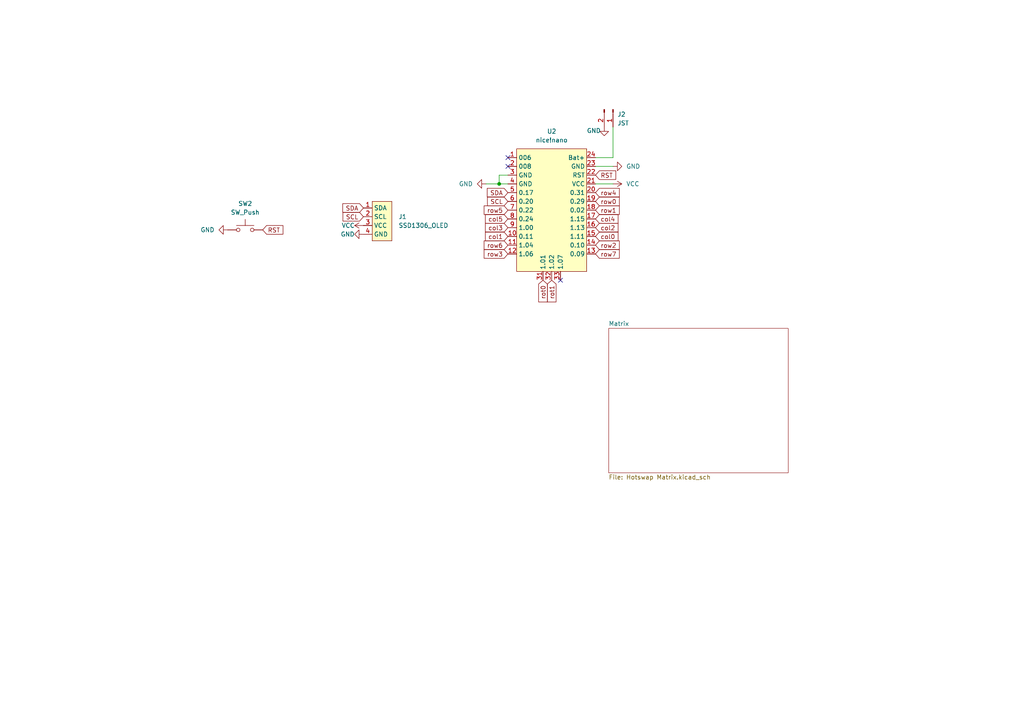
<source format=kicad_sch>
(kicad_sch
	(version 20250114)
	(generator "eeschema")
	(generator_version "9.0")
	(uuid "22d1d943-76cc-445d-b5a6-c335b9cec95b")
	(paper "A4")
	(title_block
		(title "Uriel v3")
		(date "2025-12-29")
	)
	(lib_symbols
		(symbol "Connector:Conn_01x02_Male"
			(pin_names
				(offset 1.016)
				(hide yes)
			)
			(exclude_from_sim no)
			(in_bom yes)
			(on_board yes)
			(property "Reference" "J"
				(at 0 2.54 0)
				(effects
					(font
						(size 1.27 1.27)
					)
				)
			)
			(property "Value" "Conn_01x02_Male"
				(at 0 -5.08 0)
				(effects
					(font
						(size 1.27 1.27)
					)
				)
			)
			(property "Footprint" ""
				(at 0 0 0)
				(effects
					(font
						(size 1.27 1.27)
					)
					(hide yes)
				)
			)
			(property "Datasheet" "~"
				(at 0 0 0)
				(effects
					(font
						(size 1.27 1.27)
					)
					(hide yes)
				)
			)
			(property "Description" "Generic connector, single row, 01x02, script generated (kicad-library-utils/schlib/autogen/connector/)"
				(at 0 0 0)
				(effects
					(font
						(size 1.27 1.27)
					)
					(hide yes)
				)
			)
			(property "ki_keywords" "connector"
				(at 0 0 0)
				(effects
					(font
						(size 1.27 1.27)
					)
					(hide yes)
				)
			)
			(property "ki_fp_filters" "Connector*:*_1x??_*"
				(at 0 0 0)
				(effects
					(font
						(size 1.27 1.27)
					)
					(hide yes)
				)
			)
			(symbol "Conn_01x02_Male_1_1"
				(rectangle
					(start 0.8636 0.127)
					(end 0 -0.127)
					(stroke
						(width 0.1524)
						(type default)
					)
					(fill
						(type outline)
					)
				)
				(rectangle
					(start 0.8636 -2.413)
					(end 0 -2.667)
					(stroke
						(width 0.1524)
						(type default)
					)
					(fill
						(type outline)
					)
				)
				(polyline
					(pts
						(xy 1.27 0) (xy 0.8636 0)
					)
					(stroke
						(width 0.1524)
						(type default)
					)
					(fill
						(type none)
					)
				)
				(polyline
					(pts
						(xy 1.27 -2.54) (xy 0.8636 -2.54)
					)
					(stroke
						(width 0.1524)
						(type default)
					)
					(fill
						(type none)
					)
				)
				(pin passive line
					(at 5.08 0 180)
					(length 3.81)
					(name "Pin_1"
						(effects
							(font
								(size 1.27 1.27)
							)
						)
					)
					(number "1"
						(effects
							(font
								(size 1.27 1.27)
							)
						)
					)
				)
				(pin passive line
					(at 5.08 -2.54 180)
					(length 3.81)
					(name "Pin_2"
						(effects
							(font
								(size 1.27 1.27)
							)
						)
					)
					(number "2"
						(effects
							(font
								(size 1.27 1.27)
							)
						)
					)
				)
			)
			(embedded_fonts no)
		)
		(symbol "Custom Symbols:SSD1306_OLED"
			(exclude_from_sim no)
			(in_bom yes)
			(on_board yes)
			(property "Reference" "J"
				(at 0 8.89 0)
				(effects
					(font
						(size 1.27 1.27)
					)
				)
			)
			(property "Value" "SSD1306_OLED"
				(at 0.635 6.35 0)
				(effects
					(font
						(size 1.27 1.27)
					)
				)
			)
			(property "Footprint" ""
				(at 1.27 0.635 0)
				(effects
					(font
						(size 1.27 1.27)
					)
					(hide yes)
				)
			)
			(property "Datasheet" ""
				(at 1.27 0.635 0)
				(effects
					(font
						(size 1.27 1.27)
					)
					(hide yes)
				)
			)
			(property "Description" ""
				(at 0 0 0)
				(effects
					(font
						(size 1.27 1.27)
					)
					(hide yes)
				)
			)
			(symbol "SSD1306_OLED_0_1"
				(rectangle
					(start -2.54 5.08)
					(end 3.175 -6.35)
					(stroke
						(width 0.1524)
						(type default)
					)
					(fill
						(type background)
					)
				)
			)
			(symbol "SSD1306_OLED_1_1"
				(pin bidirectional line
					(at -5.08 3.175 0)
					(length 2.54)
					(name "SDA"
						(effects
							(font
								(size 1.27 1.27)
							)
						)
					)
					(number "1"
						(effects
							(font
								(size 1.27 1.27)
							)
						)
					)
				)
				(pin bidirectional line
					(at -5.08 0.635 0)
					(length 2.54)
					(name "SCL"
						(effects
							(font
								(size 1.27 1.27)
							)
						)
					)
					(number "2"
						(effects
							(font
								(size 1.27 1.27)
							)
						)
					)
				)
				(pin bidirectional line
					(at -5.08 -1.905 0)
					(length 2.54)
					(name "VCC"
						(effects
							(font
								(size 1.27 1.27)
							)
						)
					)
					(number "3"
						(effects
							(font
								(size 1.27 1.27)
							)
						)
					)
				)
				(pin bidirectional line
					(at -5.08 -4.445 0)
					(length 2.54)
					(name "GND"
						(effects
							(font
								(size 1.27 1.27)
							)
						)
					)
					(number "4"
						(effects
							(font
								(size 1.27 1.27)
							)
						)
					)
				)
			)
			(embedded_fonts no)
		)
		(symbol "Custom Symbols:nice!nano"
			(exclude_from_sim no)
			(in_bom yes)
			(on_board yes)
			(property "Reference" "U"
				(at 0 22.86 0)
				(effects
					(font
						(size 1.27 1.27)
					)
				)
			)
			(property "Value" "nice!nano"
				(at 0 20.32 0)
				(effects
					(font
						(size 1.27 1.27)
					)
				)
			)
			(property "Footprint" ""
				(at 0 10.16 0)
				(effects
					(font
						(size 1.27 1.27)
					)
					(hide yes)
				)
			)
			(property "Datasheet" ""
				(at 0 10.16 0)
				(effects
					(font
						(size 1.27 1.27)
					)
					(hide yes)
				)
			)
			(property "Description" ""
				(at 0 0 0)
				(effects
					(font
						(size 1.27 1.27)
					)
					(hide yes)
				)
			)
			(symbol "nice!nano_0_1"
				(rectangle
					(start -10.16 17.78)
					(end 10.16 -17.78)
					(stroke
						(width 0.1524)
						(type default)
					)
					(fill
						(type background)
					)
				)
			)
			(symbol "nice!nano_1_1"
				(pin bidirectional line
					(at -12.7 15.24 0)
					(length 2.54)
					(name "006"
						(effects
							(font
								(size 1.27 1.27)
							)
						)
					)
					(number "1"
						(effects
							(font
								(size 1.27 1.27)
							)
						)
					)
				)
				(pin bidirectional line
					(at -12.7 12.7 0)
					(length 2.54)
					(name "008"
						(effects
							(font
								(size 1.27 1.27)
							)
						)
					)
					(number "2"
						(effects
							(font
								(size 1.27 1.27)
							)
						)
					)
				)
				(pin bidirectional line
					(at -12.7 10.16 0)
					(length 2.54)
					(name "GND"
						(effects
							(font
								(size 1.27 1.27)
							)
						)
					)
					(number "3"
						(effects
							(font
								(size 1.27 1.27)
							)
						)
					)
				)
				(pin bidirectional line
					(at -12.7 7.62 0)
					(length 2.54)
					(name "GND"
						(effects
							(font
								(size 1.27 1.27)
							)
						)
					)
					(number "4"
						(effects
							(font
								(size 1.27 1.27)
							)
						)
					)
				)
				(pin bidirectional line
					(at -12.7 5.08 0)
					(length 2.54)
					(name "0.17"
						(effects
							(font
								(size 1.27 1.27)
							)
						)
					)
					(number "5"
						(effects
							(font
								(size 1.27 1.27)
							)
						)
					)
				)
				(pin bidirectional line
					(at -12.7 2.54 0)
					(length 2.54)
					(name "0.20"
						(effects
							(font
								(size 1.27 1.27)
							)
						)
					)
					(number "6"
						(effects
							(font
								(size 1.27 1.27)
							)
						)
					)
				)
				(pin bidirectional line
					(at -12.7 0 0)
					(length 2.54)
					(name "0.22"
						(effects
							(font
								(size 1.27 1.27)
							)
						)
					)
					(number "7"
						(effects
							(font
								(size 1.27 1.27)
							)
						)
					)
				)
				(pin bidirectional line
					(at -12.7 -2.54 0)
					(length 2.54)
					(name "0.24"
						(effects
							(font
								(size 1.27 1.27)
							)
						)
					)
					(number "8"
						(effects
							(font
								(size 1.27 1.27)
							)
						)
					)
				)
				(pin bidirectional line
					(at -12.7 -5.08 0)
					(length 2.54)
					(name "1.00"
						(effects
							(font
								(size 1.27 1.27)
							)
						)
					)
					(number "9"
						(effects
							(font
								(size 1.27 1.27)
							)
						)
					)
				)
				(pin bidirectional line
					(at -12.7 -7.62 0)
					(length 2.54)
					(name "0.11"
						(effects
							(font
								(size 1.27 1.27)
							)
						)
					)
					(number "10"
						(effects
							(font
								(size 1.27 1.27)
							)
						)
					)
				)
				(pin bidirectional line
					(at -12.7 -10.16 0)
					(length 2.54)
					(name "1.04"
						(effects
							(font
								(size 1.27 1.27)
							)
						)
					)
					(number "11"
						(effects
							(font
								(size 1.27 1.27)
							)
						)
					)
				)
				(pin bidirectional line
					(at -12.7 -12.7 0)
					(length 2.54)
					(name "1.06"
						(effects
							(font
								(size 1.27 1.27)
							)
						)
					)
					(number "12"
						(effects
							(font
								(size 1.27 1.27)
							)
						)
					)
				)
				(pin bidirectional line
					(at -2.54 -20.32 90)
					(length 2.54)
					(name "1.01"
						(effects
							(font
								(size 1.27 1.27)
							)
						)
					)
					(number "31"
						(effects
							(font
								(size 1.27 1.27)
							)
						)
					)
				)
				(pin bidirectional line
					(at 0 -20.32 90)
					(length 2.54)
					(name "1.02"
						(effects
							(font
								(size 1.27 1.27)
							)
						)
					)
					(number "32"
						(effects
							(font
								(size 1.27 1.27)
							)
						)
					)
				)
				(pin bidirectional line
					(at 2.54 -20.32 90)
					(length 2.54)
					(name "1.07"
						(effects
							(font
								(size 1.27 1.27)
							)
						)
					)
					(number "33"
						(effects
							(font
								(size 1.27 1.27)
							)
						)
					)
				)
				(pin bidirectional line
					(at 12.7 15.24 180)
					(length 2.54)
					(name "Bat+"
						(effects
							(font
								(size 1.27 1.27)
							)
						)
					)
					(number "24"
						(effects
							(font
								(size 1.27 1.27)
							)
						)
					)
				)
				(pin bidirectional line
					(at 12.7 12.7 180)
					(length 2.54)
					(name "GND"
						(effects
							(font
								(size 1.27 1.27)
							)
						)
					)
					(number "23"
						(effects
							(font
								(size 1.27 1.27)
							)
						)
					)
				)
				(pin bidirectional line
					(at 12.7 10.16 180)
					(length 2.54)
					(name "RST"
						(effects
							(font
								(size 1.27 1.27)
							)
						)
					)
					(number "22"
						(effects
							(font
								(size 1.27 1.27)
							)
						)
					)
				)
				(pin bidirectional line
					(at 12.7 7.62 180)
					(length 2.54)
					(name "VCC"
						(effects
							(font
								(size 1.27 1.27)
							)
						)
					)
					(number "21"
						(effects
							(font
								(size 1.27 1.27)
							)
						)
					)
				)
				(pin bidirectional line
					(at 12.7 5.08 180)
					(length 2.54)
					(name "0.31"
						(effects
							(font
								(size 1.27 1.27)
							)
						)
					)
					(number "20"
						(effects
							(font
								(size 1.27 1.27)
							)
						)
					)
				)
				(pin bidirectional line
					(at 12.7 2.54 180)
					(length 2.54)
					(name "0.29"
						(effects
							(font
								(size 1.27 1.27)
							)
						)
					)
					(number "19"
						(effects
							(font
								(size 1.27 1.27)
							)
						)
					)
				)
				(pin bidirectional line
					(at 12.7 0 180)
					(length 2.54)
					(name "0.02"
						(effects
							(font
								(size 1.27 1.27)
							)
						)
					)
					(number "18"
						(effects
							(font
								(size 1.27 1.27)
							)
						)
					)
				)
				(pin bidirectional line
					(at 12.7 -2.54 180)
					(length 2.54)
					(name "1.15"
						(effects
							(font
								(size 1.27 1.27)
							)
						)
					)
					(number "17"
						(effects
							(font
								(size 1.27 1.27)
							)
						)
					)
				)
				(pin bidirectional line
					(at 12.7 -5.08 180)
					(length 2.54)
					(name "1.13"
						(effects
							(font
								(size 1.27 1.27)
							)
						)
					)
					(number "16"
						(effects
							(font
								(size 1.27 1.27)
							)
						)
					)
				)
				(pin bidirectional line
					(at 12.7 -7.62 180)
					(length 2.54)
					(name "1.11"
						(effects
							(font
								(size 1.27 1.27)
							)
						)
					)
					(number "15"
						(effects
							(font
								(size 1.27 1.27)
							)
						)
					)
				)
				(pin bidirectional line
					(at 12.7 -10.16 180)
					(length 2.54)
					(name "0.10"
						(effects
							(font
								(size 1.27 1.27)
							)
						)
					)
					(number "14"
						(effects
							(font
								(size 1.27 1.27)
							)
						)
					)
				)
				(pin bidirectional line
					(at 12.7 -12.7 180)
					(length 2.54)
					(name "0.09"
						(effects
							(font
								(size 1.27 1.27)
							)
						)
					)
					(number "13"
						(effects
							(font
								(size 1.27 1.27)
							)
						)
					)
				)
			)
			(embedded_fonts no)
		)
		(symbol "Switch:SW_Push"
			(pin_numbers
				(hide yes)
			)
			(pin_names
				(offset 1.016)
				(hide yes)
			)
			(exclude_from_sim no)
			(in_bom yes)
			(on_board yes)
			(property "Reference" "SW"
				(at 1.27 2.54 0)
				(effects
					(font
						(size 1.27 1.27)
					)
					(justify left)
				)
			)
			(property "Value" "SW_Push"
				(at 0 -1.524 0)
				(effects
					(font
						(size 1.27 1.27)
					)
				)
			)
			(property "Footprint" ""
				(at 0 5.08 0)
				(effects
					(font
						(size 1.27 1.27)
					)
					(hide yes)
				)
			)
			(property "Datasheet" "~"
				(at 0 5.08 0)
				(effects
					(font
						(size 1.27 1.27)
					)
					(hide yes)
				)
			)
			(property "Description" "Push button switch, generic, two pins"
				(at 0 0 0)
				(effects
					(font
						(size 1.27 1.27)
					)
					(hide yes)
				)
			)
			(property "ki_keywords" "switch normally-open pushbutton push-button"
				(at 0 0 0)
				(effects
					(font
						(size 1.27 1.27)
					)
					(hide yes)
				)
			)
			(symbol "SW_Push_0_1"
				(circle
					(center -2.032 0)
					(radius 0.508)
					(stroke
						(width 0)
						(type default)
					)
					(fill
						(type none)
					)
				)
				(polyline
					(pts
						(xy 0 1.27) (xy 0 3.048)
					)
					(stroke
						(width 0)
						(type default)
					)
					(fill
						(type none)
					)
				)
				(circle
					(center 2.032 0)
					(radius 0.508)
					(stroke
						(width 0)
						(type default)
					)
					(fill
						(type none)
					)
				)
				(polyline
					(pts
						(xy 2.54 1.27) (xy -2.54 1.27)
					)
					(stroke
						(width 0)
						(type default)
					)
					(fill
						(type none)
					)
				)
				(pin passive line
					(at -5.08 0 0)
					(length 2.54)
					(name "1"
						(effects
							(font
								(size 1.27 1.27)
							)
						)
					)
					(number "1"
						(effects
							(font
								(size 1.27 1.27)
							)
						)
					)
				)
				(pin passive line
					(at 5.08 0 180)
					(length 2.54)
					(name "2"
						(effects
							(font
								(size 1.27 1.27)
							)
						)
					)
					(number "2"
						(effects
							(font
								(size 1.27 1.27)
							)
						)
					)
				)
			)
			(embedded_fonts no)
		)
		(symbol "power:GND"
			(power)
			(pin_names
				(offset 0)
			)
			(exclude_from_sim no)
			(in_bom yes)
			(on_board yes)
			(property "Reference" "#PWR"
				(at 0 -6.35 0)
				(effects
					(font
						(size 1.27 1.27)
					)
					(hide yes)
				)
			)
			(property "Value" "GND"
				(at 0 -3.81 0)
				(effects
					(font
						(size 1.27 1.27)
					)
				)
			)
			(property "Footprint" ""
				(at 0 0 0)
				(effects
					(font
						(size 1.27 1.27)
					)
					(hide yes)
				)
			)
			(property "Datasheet" ""
				(at 0 0 0)
				(effects
					(font
						(size 1.27 1.27)
					)
					(hide yes)
				)
			)
			(property "Description" "Power symbol creates a global label with name \"GND\" , ground"
				(at 0 0 0)
				(effects
					(font
						(size 1.27 1.27)
					)
					(hide yes)
				)
			)
			(property "ki_keywords" "power-flag"
				(at 0 0 0)
				(effects
					(font
						(size 1.27 1.27)
					)
					(hide yes)
				)
			)
			(symbol "GND_0_1"
				(polyline
					(pts
						(xy 0 0) (xy 0 -1.27) (xy 1.27 -1.27) (xy 0 -2.54) (xy -1.27 -1.27) (xy 0 -1.27)
					)
					(stroke
						(width 0)
						(type default)
					)
					(fill
						(type none)
					)
				)
			)
			(symbol "GND_1_1"
				(pin power_in line
					(at 0 0 270)
					(length 0)
					(hide yes)
					(name "GND"
						(effects
							(font
								(size 1.27 1.27)
							)
						)
					)
					(number "1"
						(effects
							(font
								(size 1.27 1.27)
							)
						)
					)
				)
			)
			(embedded_fonts no)
		)
		(symbol "power:VCC"
			(power)
			(pin_names
				(offset 0)
			)
			(exclude_from_sim no)
			(in_bom yes)
			(on_board yes)
			(property "Reference" "#PWR"
				(at 0 -3.81 0)
				(effects
					(font
						(size 1.27 1.27)
					)
					(hide yes)
				)
			)
			(property "Value" "VCC"
				(at 0 3.81 0)
				(effects
					(font
						(size 1.27 1.27)
					)
				)
			)
			(property "Footprint" ""
				(at 0 0 0)
				(effects
					(font
						(size 1.27 1.27)
					)
					(hide yes)
				)
			)
			(property "Datasheet" ""
				(at 0 0 0)
				(effects
					(font
						(size 1.27 1.27)
					)
					(hide yes)
				)
			)
			(property "Description" "Power symbol creates a global label with name \"VCC\""
				(at 0 0 0)
				(effects
					(font
						(size 1.27 1.27)
					)
					(hide yes)
				)
			)
			(property "ki_keywords" "power-flag"
				(at 0 0 0)
				(effects
					(font
						(size 1.27 1.27)
					)
					(hide yes)
				)
			)
			(symbol "VCC_0_1"
				(polyline
					(pts
						(xy -0.762 1.27) (xy 0 2.54)
					)
					(stroke
						(width 0)
						(type default)
					)
					(fill
						(type none)
					)
				)
				(polyline
					(pts
						(xy 0 2.54) (xy 0.762 1.27)
					)
					(stroke
						(width 0)
						(type default)
					)
					(fill
						(type none)
					)
				)
				(polyline
					(pts
						(xy 0 0) (xy 0 2.54)
					)
					(stroke
						(width 0)
						(type default)
					)
					(fill
						(type none)
					)
				)
			)
			(symbol "VCC_1_1"
				(pin power_in line
					(at 0 0 90)
					(length 0)
					(hide yes)
					(name "VCC"
						(effects
							(font
								(size 1.27 1.27)
							)
						)
					)
					(number "1"
						(effects
							(font
								(size 1.27 1.27)
							)
						)
					)
				)
			)
			(embedded_fonts no)
		)
	)
	(junction
		(at 144.78 53.34)
		(diameter 0.9144)
		(color 0 0 0 0)
		(uuid "d3d10a1d-660a-46e2-a761-a34ff7c8f0e2")
	)
	(no_connect
		(at 162.56 81.28)
		(uuid "5bd92f19-79b9-4111-99c8-21366095e6b5")
	)
	(no_connect
		(at 147.32 45.72)
		(uuid "9bdd6d1e-30e8-4463-9b8c-eb0e65f0eafc")
	)
	(no_connect
		(at 147.32 48.26)
		(uuid "9bdd6d1e-30e8-4463-9b8c-eb0e65f0eafd")
	)
	(wire
		(pts
			(xy 144.78 53.34) (xy 147.32 53.34)
		)
		(stroke
			(width 0)
			(type solid)
		)
		(uuid "17c27864-cf2a-4ce3-bb7f-7aa416534672")
	)
	(wire
		(pts
			(xy 144.78 50.8) (xy 144.78 53.34)
		)
		(stroke
			(width 0)
			(type solid)
		)
		(uuid "842e7b24-7927-4118-acb8-0cfeea7f81e0")
	)
	(wire
		(pts
			(xy 144.78 53.34) (xy 140.97 53.34)
		)
		(stroke
			(width 0)
			(type solid)
		)
		(uuid "842e7b24-7927-4118-acb8-0cfeea7f81e1")
	)
	(wire
		(pts
			(xy 147.32 50.8) (xy 144.78 50.8)
		)
		(stroke
			(width 0)
			(type solid)
		)
		(uuid "842e7b24-7927-4118-acb8-0cfeea7f81e2")
	)
	(wire
		(pts
			(xy 172.72 48.26) (xy 177.8 48.26)
		)
		(stroke
			(width 0)
			(type solid)
		)
		(uuid "ad07def6-8b94-4b23-bc0c-d2408328f94a")
	)
	(wire
		(pts
			(xy 172.72 45.72) (xy 177.8 45.72)
		)
		(stroke
			(width 0)
			(type solid)
		)
		(uuid "bacb04b8-ffd1-4083-82fa-3a64be271fe3")
	)
	(wire
		(pts
			(xy 177.8 36.83) (xy 177.8 45.72)
		)
		(stroke
			(width 0)
			(type solid)
		)
		(uuid "bacb04b8-ffd1-4083-82fa-3a64be271fe5")
	)
	(wire
		(pts
			(xy 172.72 53.34) (xy 177.8 53.34)
		)
		(stroke
			(width 0)
			(type solid)
		)
		(uuid "ed454439-70c4-4184-aaa0-1806941a51af")
	)
	(global_label "rot0"
		(shape input)
		(at 157.48 81.28 270)
		(fields_autoplaced yes)
		(effects
			(font
				(size 1.27 1.27)
			)
			(justify right)
		)
		(uuid "10b67d55-fbe7-4109-8431-83debdba3597")
		(property "Intersheetrefs" "${INTERSHEET_REFS}"
			(at 157.4006 87.5636 90)
			(effects
				(font
					(size 1.27 1.27)
				)
				(justify right)
				(hide yes)
			)
		)
	)
	(global_label "row3"
		(shape input)
		(at 147.32 73.66 180)
		(fields_autoplaced yes)
		(effects
			(font
				(size 1.27 1.27)
			)
			(justify right)
		)
		(uuid "137d510e-8078-4205-bb44-e01b134bebb6")
		(property "Intersheetrefs" "${INTERSHEET_REFS}"
			(at 140.4317 73.5806 0)
			(effects
				(font
					(size 1.27 1.27)
				)
				(justify right)
				(hide yes)
			)
		)
	)
	(global_label "row4"
		(shape input)
		(at 172.72 55.88 0)
		(fields_autoplaced yes)
		(effects
			(font
				(size 1.27 1.27)
			)
			(justify left)
		)
		(uuid "1932124f-57f2-41ec-9949-a38f9ccc1409")
		(property "Intersheetrefs" "${INTERSHEET_REFS}"
			(at 179.6083 55.8006 0)
			(effects
				(font
					(size 1.27 1.27)
				)
				(justify left)
				(hide yes)
			)
		)
	)
	(global_label "col0"
		(shape input)
		(at 172.72 68.58 0)
		(fields_autoplaced yes)
		(effects
			(font
				(size 1.27 1.27)
			)
			(justify left)
		)
		(uuid "1e291313-793d-4718-9d8f-79350c9e6f92")
		(property "Intersheetrefs" "${INTERSHEET_REFS}"
			(at 179.2455 68.5006 0)
			(effects
				(font
					(size 1.27 1.27)
				)
				(justify left)
				(hide yes)
			)
		)
	)
	(global_label "col3"
		(shape input)
		(at 147.32 66.04 180)
		(fields_autoplaced yes)
		(effects
			(font
				(size 1.27 1.27)
			)
			(justify right)
		)
		(uuid "25aa0f5d-5819-49b3-8a3e-d13accf8af80")
		(property "Intersheetrefs" "${INTERSHEET_REFS}"
			(at 140.7945 65.9606 0)
			(effects
				(font
					(size 1.27 1.27)
				)
				(justify right)
				(hide yes)
			)
		)
	)
	(global_label "col2"
		(shape input)
		(at 172.72 66.04 0)
		(fields_autoplaced yes)
		(effects
			(font
				(size 1.27 1.27)
			)
			(justify left)
		)
		(uuid "3b808d99-1c39-4ac5-b3fc-492b8b931ccb")
		(property "Intersheetrefs" "${INTERSHEET_REFS}"
			(at 179.2455 65.9606 0)
			(effects
				(font
					(size 1.27 1.27)
				)
				(justify left)
				(hide yes)
			)
		)
	)
	(global_label "SDA"
		(shape input)
		(at 105.41 60.325 180)
		(fields_autoplaced yes)
		(effects
			(font
				(size 1.27 1.27)
			)
			(justify right)
		)
		(uuid "3e98f676-6328-4a3a-b89d-82aba4fed68d")
		(property "Intersheetrefs" "${INTERSHEET_REFS}"
			(at 99.4288 60.2456 0)
			(effects
				(font
					(size 1.27 1.27)
				)
				(justify right)
				(hide yes)
			)
		)
	)
	(global_label "row1"
		(shape input)
		(at 172.72 60.96 0)
		(fields_autoplaced yes)
		(effects
			(font
				(size 1.27 1.27)
			)
			(justify left)
		)
		(uuid "44392adf-04ed-4789-8b0b-48f97b2ac3cd")
		(property "Intersheetrefs" "${INTERSHEET_REFS}"
			(at 179.6083 60.8806 0)
			(effects
				(font
					(size 1.27 1.27)
				)
				(justify left)
				(hide yes)
			)
		)
	)
	(global_label "RST"
		(shape input)
		(at 76.2 66.675 0)
		(fields_autoplaced yes)
		(effects
			(font
				(size 1.27 1.27)
			)
			(justify left)
		)
		(uuid "557dacb5-a7d3-42e7-838a-ce833fbf24d6")
		(property "Intersheetrefs" "${INTERSHEET_REFS}"
			(at 82.0602 66.5956 0)
			(effects
				(font
					(size 1.27 1.27)
				)
				(justify left)
				(hide yes)
			)
		)
	)
	(global_label "row7"
		(shape input)
		(at 172.72 73.66 0)
		(fields_autoplaced yes)
		(effects
			(font
				(size 1.27 1.27)
			)
			(justify left)
		)
		(uuid "64ab0254-0bd0-4df7-b9d3-24686d715b9a")
		(property "Intersheetrefs" "${INTERSHEET_REFS}"
			(at 179.6083 73.5806 0)
			(effects
				(font
					(size 1.27 1.27)
				)
				(justify left)
				(hide yes)
			)
		)
	)
	(global_label "rot1"
		(shape input)
		(at 160.02 81.28 270)
		(fields_autoplaced yes)
		(effects
			(font
				(size 1.27 1.27)
			)
			(justify right)
		)
		(uuid "7533dace-92bf-405f-af5d-bcc2ade5c0bd")
		(property "Intersheetrefs" "${INTERSHEET_REFS}"
			(at 159.9406 87.5636 90)
			(effects
				(font
					(size 1.27 1.27)
				)
				(justify right)
				(hide yes)
			)
		)
	)
	(global_label "RST"
		(shape input)
		(at 172.72 50.8 0)
		(fields_autoplaced yes)
		(effects
			(font
				(size 1.27 1.27)
			)
			(justify left)
		)
		(uuid "759d832f-3f1e-4eb7-be0f-40db48385ad1")
		(property "Intersheetrefs" "${INTERSHEET_REFS}"
			(at 178.5802 50.7206 0)
			(effects
				(font
					(size 1.27 1.27)
				)
				(justify left)
				(hide yes)
			)
		)
	)
	(global_label "SDA"
		(shape input)
		(at 147.32 55.88 180)
		(fields_autoplaced yes)
		(effects
			(font
				(size 1.27 1.27)
			)
			(justify right)
		)
		(uuid "7a5a412e-fae8-47cc-94a2-b73d63d49ade")
		(property "Intersheetrefs" "${INTERSHEET_REFS}"
			(at 141.3388 55.8006 0)
			(effects
				(font
					(size 1.27 1.27)
				)
				(justify right)
				(hide yes)
			)
		)
	)
	(global_label "row2"
		(shape input)
		(at 172.72 71.12 0)
		(fields_autoplaced yes)
		(effects
			(font
				(size 1.27 1.27)
			)
			(justify left)
		)
		(uuid "8fa6d0b8-acbe-49d2-b66d-98790ae720a5")
		(property "Intersheetrefs" "${INTERSHEET_REFS}"
			(at 179.6083 71.0406 0)
			(effects
				(font
					(size 1.27 1.27)
				)
				(justify left)
				(hide yes)
			)
		)
	)
	(global_label "row5"
		(shape input)
		(at 147.32 60.96 180)
		(fields_autoplaced yes)
		(effects
			(font
				(size 1.27 1.27)
			)
			(justify right)
		)
		(uuid "900cf8de-f512-4910-8f5a-1cd3f9659abf")
		(property "Intersheetrefs" "${INTERSHEET_REFS}"
			(at 140.4317 60.8806 0)
			(effects
				(font
					(size 1.27 1.27)
				)
				(justify right)
				(hide yes)
			)
		)
	)
	(global_label "SCL"
		(shape input)
		(at 105.41 62.865 180)
		(fields_autoplaced yes)
		(effects
			(font
				(size 1.27 1.27)
			)
			(justify right)
		)
		(uuid "9139ccec-0ca0-4eda-9cfe-56d1ba6b4ff4")
		(property "Intersheetrefs" "${INTERSHEET_REFS}"
			(at 99.4893 62.7856 0)
			(effects
				(font
					(size 1.27 1.27)
				)
				(justify right)
				(hide yes)
			)
		)
	)
	(global_label "row0"
		(shape input)
		(at 172.72 58.42 0)
		(fields_autoplaced yes)
		(effects
			(font
				(size 1.27 1.27)
			)
			(justify left)
		)
		(uuid "9edfadf5-753b-495f-9623-071c7216290d")
		(property "Intersheetrefs" "${INTERSHEET_REFS}"
			(at 179.6083 58.3406 0)
			(effects
				(font
					(size 1.27 1.27)
				)
				(justify left)
				(hide yes)
			)
		)
	)
	(global_label "col1"
		(shape input)
		(at 147.32 68.58 180)
		(fields_autoplaced yes)
		(effects
			(font
				(size 1.27 1.27)
			)
			(justify right)
		)
		(uuid "c0eed6ba-da80-4c42-9501-ec33d9369829")
		(property "Intersheetrefs" "${INTERSHEET_REFS}"
			(at 140.7945 68.5006 0)
			(effects
				(font
					(size 1.27 1.27)
				)
				(justify right)
				(hide yes)
			)
		)
	)
	(global_label "row6"
		(shape input)
		(at 147.32 71.12 180)
		(fields_autoplaced yes)
		(effects
			(font
				(size 1.27 1.27)
			)
			(justify right)
		)
		(uuid "d48345c9-b4f5-4998-9f11-2f8687ef5e25")
		(property "Intersheetrefs" "${INTERSHEET_REFS}"
			(at 140.4317 71.0406 0)
			(effects
				(font
					(size 1.27 1.27)
				)
				(justify right)
				(hide yes)
			)
		)
	)
	(global_label "col5"
		(shape input)
		(at 147.32 63.5 180)
		(fields_autoplaced yes)
		(effects
			(font
				(size 1.27 1.27)
			)
			(justify right)
		)
		(uuid "da45401f-9654-49db-959d-66130cb3b1fd")
		(property "Intersheetrefs" "${INTERSHEET_REFS}"
			(at 140.7945 63.4206 0)
			(effects
				(font
					(size 1.27 1.27)
				)
				(justify right)
				(hide yes)
			)
		)
	)
	(global_label "col4"
		(shape input)
		(at 172.72 63.5 0)
		(fields_autoplaced yes)
		(effects
			(font
				(size 1.27 1.27)
			)
			(justify left)
		)
		(uuid "de5c3cb5-9516-49e0-aff9-92be855627c0")
		(property "Intersheetrefs" "${INTERSHEET_REFS}"
			(at 179.2455 63.4206 0)
			(effects
				(font
					(size 1.27 1.27)
				)
				(justify left)
				(hide yes)
			)
		)
	)
	(global_label "SCL"
		(shape input)
		(at 147.32 58.42 180)
		(fields_autoplaced yes)
		(effects
			(font
				(size 1.27 1.27)
			)
			(justify right)
		)
		(uuid "eb5e9f8e-7a5b-4558-bfa7-a9c8e5fdd8d9")
		(property "Intersheetrefs" "${INTERSHEET_REFS}"
			(at 141.3993 58.3406 0)
			(effects
				(font
					(size 1.27 1.27)
				)
				(justify right)
				(hide yes)
			)
		)
	)
	(symbol
		(lib_id "Connector:Conn_01x02_Male")
		(at 177.8 31.75 270)
		(unit 1)
		(exclude_from_sim no)
		(in_bom yes)
		(on_board yes)
		(dnp no)
		(fields_autoplaced yes)
		(uuid "0935b3fb-1613-4110-9456-b0f898bc0b3e")
		(property "Reference" "J2"
			(at 179.07 33.1723 90)
			(effects
				(font
					(size 1.27 1.27)
				)
				(justify left)
			)
		)
		(property "Value" "JST"
			(at 179.07 35.7123 90)
			(effects
				(font
					(size 1.27 1.27)
				)
				(justify left)
			)
		)
		(property "Footprint" "Connector_JST:JST_PH_S2B-PH-K_1x02_P2.00mm_Horizontal"
			(at 177.8 31.75 0)
			(effects
				(font
					(size 1.27 1.27)
				)
				(hide yes)
			)
		)
		(property "Datasheet" "~"
			(at 177.8 31.75 0)
			(effects
				(font
					(size 1.27 1.27)
				)
				(hide yes)
			)
		)
		(property "Description" ""
			(at 177.8 31.75 0)
			(effects
				(font
					(size 1.27 1.27)
				)
			)
		)
		(pin "1"
			(uuid "f45c9c6c-6789-4f00-b89b-7b388ad4af94")
		)
		(pin "2"
			(uuid "fcd407f2-6f7f-4bc9-8660-9684bbceefee")
		)
		(instances
			(project ""
				(path "/22d1d943-76cc-445d-b5a6-c335b9cec95b"
					(reference "J2")
					(unit 1)
				)
			)
		)
	)
	(symbol
		(lib_id "Switch:SW_Push")
		(at 71.12 66.675 0)
		(unit 1)
		(exclude_from_sim no)
		(in_bom yes)
		(on_board yes)
		(dnp no)
		(fields_autoplaced yes)
		(uuid "1e1233fd-7384-4c26-9eb2-49301dd190fc")
		(property "Reference" "SW2"
			(at 71.12 59.055 0)
			(effects
				(font
					(size 1.27 1.27)
				)
			)
		)
		(property "Value" "SW_Push"
			(at 71.12 61.595 0)
			(effects
				(font
					(size 1.27 1.27)
				)
			)
		)
		(property "Footprint" "Keebio:SW_Tactile_SPST_Angled_MJTP1117"
			(at 71.12 61.595 0)
			(effects
				(font
					(size 1.27 1.27)
				)
				(hide yes)
			)
		)
		(property "Datasheet" "~"
			(at 71.12 61.595 0)
			(effects
				(font
					(size 1.27 1.27)
				)
				(hide yes)
			)
		)
		(property "Description" ""
			(at 71.12 66.675 0)
			(effects
				(font
					(size 1.27 1.27)
				)
			)
		)
		(pin "1"
			(uuid "f317f35a-ddfa-4882-9a76-7846d8376b4b")
		)
		(pin "2"
			(uuid "161c8b0d-c8aa-45f8-92b6-4ba4a4a5aa5b")
		)
		(instances
			(project ""
				(path "/22d1d943-76cc-445d-b5a6-c335b9cec95b"
					(reference "SW2")
					(unit 1)
				)
			)
		)
	)
	(symbol
		(lib_id "power:GND")
		(at 175.26 36.83 0)
		(unit 1)
		(exclude_from_sim no)
		(in_bom yes)
		(on_board yes)
		(dnp no)
		(uuid "3cb70b21-8b87-4398-93d4-74b18bc755ac")
		(property "Reference" "#PWR06"
			(at 175.26 43.18 0)
			(effects
				(font
					(size 1.27 1.27)
				)
				(hide yes)
			)
		)
		(property "Value" "GND"
			(at 170.18 37.9094 0)
			(effects
				(font
					(size 1.27 1.27)
				)
				(justify left)
			)
		)
		(property "Footprint" ""
			(at 175.26 36.83 0)
			(effects
				(font
					(size 1.27 1.27)
				)
				(hide yes)
			)
		)
		(property "Datasheet" ""
			(at 175.26 36.83 0)
			(effects
				(font
					(size 1.27 1.27)
				)
				(hide yes)
			)
		)
		(property "Description" ""
			(at 175.26 36.83 0)
			(effects
				(font
					(size 1.27 1.27)
				)
			)
		)
		(pin "1"
			(uuid "ddaee0de-241f-47ea-af83-b502285f2964")
		)
		(instances
			(project ""
				(path "/22d1d943-76cc-445d-b5a6-c335b9cec95b"
					(reference "#PWR06")
					(unit 1)
				)
			)
		)
	)
	(symbol
		(lib_id "Custom Symbols:nice!nano")
		(at 160.02 60.96 0)
		(unit 1)
		(exclude_from_sim no)
		(in_bom yes)
		(on_board yes)
		(dnp no)
		(fields_autoplaced yes)
		(uuid "5104482f-52d0-4d7c-bdb1-a83b5385a7fe")
		(property "Reference" "U2"
			(at 160.02 38.1 0)
			(effects
				(font
					(size 1.27 1.27)
				)
			)
		)
		(property "Value" "nice!nano"
			(at 160.02 40.64 0)
			(effects
				(font
					(size 1.27 1.27)
				)
			)
		)
		(property "Footprint" "nice!nano:nice_nano"
			(at 160.02 50.8 0)
			(effects
				(font
					(size 1.27 1.27)
				)
				(hide yes)
			)
		)
		(property "Datasheet" ""
			(at 160.02 50.8 0)
			(effects
				(font
					(size 1.27 1.27)
				)
				(hide yes)
			)
		)
		(property "Description" ""
			(at 160.02 60.96 0)
			(effects
				(font
					(size 1.27 1.27)
				)
			)
		)
		(pin "1"
			(uuid "d8d456b6-199d-40be-abdf-1be8c05516c0")
		)
		(pin "10"
			(uuid "fdf3c3b2-6861-43d2-9da2-f2eedced95e9")
		)
		(pin "11"
			(uuid "e4d42984-4c71-47f3-914e-16ffea80b487")
		)
		(pin "12"
			(uuid "0981efc3-5fb4-4f06-9590-7c09ca8239b2")
		)
		(pin "13"
			(uuid "ebdb06b9-2501-4186-8b24-8ca37f1372c5")
		)
		(pin "14"
			(uuid "5983aaea-ef77-4fe3-880a-25a94cb43554")
		)
		(pin "15"
			(uuid "673a7f4f-8511-49bf-abb7-5e1319e987d1")
		)
		(pin "16"
			(uuid "e7806124-de80-430e-a540-0e93dc48da4a")
		)
		(pin "17"
			(uuid "2a86adac-d1d3-402e-8972-dad6e4a07d49")
		)
		(pin "18"
			(uuid "98ce03e5-65c4-43e8-a835-cf6967bb5147")
		)
		(pin "19"
			(uuid "7329dcd7-20c7-4582-9f9c-9756b546e9d1")
		)
		(pin "2"
			(uuid "57b94a34-1ac6-4b29-bf1a-6934ba942c96")
		)
		(pin "20"
			(uuid "50df3cc6-bd86-4b87-ab5e-d6fbf47fb5fd")
		)
		(pin "21"
			(uuid "2bf0fe8e-3e02-4afd-8be9-8c00816718d1")
		)
		(pin "22"
			(uuid "fc22c6fd-cdcd-438f-9cbe-1aa010e1da69")
		)
		(pin "23"
			(uuid "db2e601c-02db-4a59-88b2-e9baad5ed628")
		)
		(pin "24"
			(uuid "56b4cdaf-aa1b-4d68-81eb-c9ffd36cb281")
		)
		(pin "3"
			(uuid "8a4fc44a-b0eb-4f14-bb15-98b44ed132c9")
		)
		(pin "31"
			(uuid "4906d8e6-f8e4-4943-98f3-d5c1c5a9d21b")
		)
		(pin "32"
			(uuid "85d17072-3390-406d-b00a-7a9fe47bcbfe")
		)
		(pin "33"
			(uuid "01b16281-68d1-4a10-ae92-c20f3b9eb5ee")
		)
		(pin "4"
			(uuid "268106d0-7e93-4f1b-bb41-73f0e9b77d75")
		)
		(pin "5"
			(uuid "02a54980-7ee6-490e-a155-b15fe5880be1")
		)
		(pin "6"
			(uuid "0860657e-3a3f-4f11-85f8-8d787e935ac0")
		)
		(pin "7"
			(uuid "a2e4d00d-36f3-42b3-954c-24418ed4e00f")
		)
		(pin "8"
			(uuid "7a1dc387-04bc-4b44-8692-51a83fdb0f62")
		)
		(pin "9"
			(uuid "f15b12a1-0d6b-4f2f-987f-64cb88b12fd9")
		)
		(instances
			(project ""
				(path "/22d1d943-76cc-445d-b5a6-c335b9cec95b"
					(reference "U2")
					(unit 1)
				)
			)
		)
	)
	(symbol
		(lib_id "power:VCC")
		(at 105.41 65.405 90)
		(unit 1)
		(exclude_from_sim no)
		(in_bom yes)
		(on_board yes)
		(dnp no)
		(uuid "70049b4c-89f8-42c8-8fc1-c1983ab5d114")
		(property "Reference" "#PWR0101"
			(at 109.22 65.405 0)
			(effects
				(font
					(size 1.27 1.27)
				)
				(hide yes)
			)
		)
		(property "Value" "VCC"
			(at 99.06 65.4049 90)
			(effects
				(font
					(size 1.27 1.27)
				)
				(justify right)
			)
		)
		(property "Footprint" ""
			(at 105.41 65.405 0)
			(effects
				(font
					(size 1.27 1.27)
				)
				(hide yes)
			)
		)
		(property "Datasheet" ""
			(at 105.41 65.405 0)
			(effects
				(font
					(size 1.27 1.27)
				)
				(hide yes)
			)
		)
		(property "Description" ""
			(at 105.41 65.405 0)
			(effects
				(font
					(size 1.27 1.27)
				)
			)
		)
		(pin "1"
			(uuid "4f2c718e-cadd-4ad4-bc1c-fc66d325818c")
		)
		(instances
			(project ""
				(path "/22d1d943-76cc-445d-b5a6-c335b9cec95b"
					(reference "#PWR0101")
					(unit 1)
				)
			)
		)
	)
	(symbol
		(lib_id "power:GND")
		(at 66.04 66.675 270)
		(unit 1)
		(exclude_from_sim no)
		(in_bom yes)
		(on_board yes)
		(dnp no)
		(fields_autoplaced yes)
		(uuid "70258c58-29c3-43a4-959c-30d09441c796")
		(property "Reference" "#PWR02"
			(at 59.69 66.675 0)
			(effects
				(font
					(size 1.27 1.27)
				)
				(hide yes)
			)
		)
		(property "Value" "GND"
			(at 62.23 66.6749 90)
			(effects
				(font
					(size 1.27 1.27)
				)
				(justify right)
			)
		)
		(property "Footprint" ""
			(at 66.04 66.675 0)
			(effects
				(font
					(size 1.27 1.27)
				)
				(hide yes)
			)
		)
		(property "Datasheet" ""
			(at 66.04 66.675 0)
			(effects
				(font
					(size 1.27 1.27)
				)
				(hide yes)
			)
		)
		(property "Description" ""
			(at 66.04 66.675 0)
			(effects
				(font
					(size 1.27 1.27)
				)
			)
		)
		(pin "1"
			(uuid "42c2ff6f-762d-4153-8803-7e260374ee23")
		)
		(instances
			(project ""
				(path "/22d1d943-76cc-445d-b5a6-c335b9cec95b"
					(reference "#PWR02")
					(unit 1)
				)
			)
		)
	)
	(symbol
		(lib_id "power:VCC")
		(at 177.8 53.34 270)
		(unit 1)
		(exclude_from_sim no)
		(in_bom yes)
		(on_board yes)
		(dnp no)
		(fields_autoplaced yes)
		(uuid "8cd74795-049c-4006-b464-c0e048aff11f")
		(property "Reference" "#PWR08"
			(at 173.99 53.34 0)
			(effects
				(font
					(size 1.27 1.27)
				)
				(hide yes)
			)
		)
		(property "Value" "VCC"
			(at 181.61 53.3399 90)
			(effects
				(font
					(size 1.27 1.27)
				)
				(justify left)
			)
		)
		(property "Footprint" ""
			(at 177.8 53.34 0)
			(effects
				(font
					(size 1.27 1.27)
				)
				(hide yes)
			)
		)
		(property "Datasheet" ""
			(at 177.8 53.34 0)
			(effects
				(font
					(size 1.27 1.27)
				)
				(hide yes)
			)
		)
		(property "Description" ""
			(at 177.8 53.34 0)
			(effects
				(font
					(size 1.27 1.27)
				)
			)
		)
		(pin "1"
			(uuid "e11fb6b5-07a9-4cd0-915e-8d7af42cacd2")
		)
		(instances
			(project ""
				(path "/22d1d943-76cc-445d-b5a6-c335b9cec95b"
					(reference "#PWR08")
					(unit 1)
				)
			)
		)
	)
	(symbol
		(lib_id "power:GND")
		(at 140.97 53.34 270)
		(unit 1)
		(exclude_from_sim no)
		(in_bom yes)
		(on_board yes)
		(dnp no)
		(fields_autoplaced yes)
		(uuid "a319bbef-49dd-4737-883a-94e57f6ea2ac")
		(property "Reference" "#PWR05"
			(at 134.62 53.34 0)
			(effects
				(font
					(size 1.27 1.27)
				)
				(hide yes)
			)
		)
		(property "Value" "GND"
			(at 137.16 53.3399 90)
			(effects
				(font
					(size 1.27 1.27)
				)
				(justify right)
			)
		)
		(property "Footprint" ""
			(at 140.97 53.34 0)
			(effects
				(font
					(size 1.27 1.27)
				)
				(hide yes)
			)
		)
		(property "Datasheet" ""
			(at 140.97 53.34 0)
			(effects
				(font
					(size 1.27 1.27)
				)
				(hide yes)
			)
		)
		(property "Description" ""
			(at 140.97 53.34 0)
			(effects
				(font
					(size 1.27 1.27)
				)
			)
		)
		(pin "1"
			(uuid "430dcea8-64aa-4db1-b621-c43ddf132f37")
		)
		(instances
			(project ""
				(path "/22d1d943-76cc-445d-b5a6-c335b9cec95b"
					(reference "#PWR05")
					(unit 1)
				)
			)
		)
	)
	(symbol
		(lib_id "Custom Symbols:SSD1306_OLED")
		(at 110.49 63.5 0)
		(unit 1)
		(exclude_from_sim no)
		(in_bom yes)
		(on_board yes)
		(dnp no)
		(fields_autoplaced yes)
		(uuid "eb3be240-88dd-4591-a4ab-f6dd93a65a96")
		(property "Reference" "J1"
			(at 115.57 62.8649 0)
			(effects
				(font
					(size 1.27 1.27)
				)
				(justify left)
			)
		)
		(property "Value" "SSD1306_OLED"
			(at 115.57 65.4049 0)
			(effects
				(font
					(size 1.27 1.27)
				)
				(justify left)
			)
		)
		(property "Footprint" "kbd:OLED_v2"
			(at 111.76 62.865 0)
			(effects
				(font
					(size 1.27 1.27)
				)
				(hide yes)
			)
		)
		(property "Datasheet" ""
			(at 111.76 62.865 0)
			(effects
				(font
					(size 1.27 1.27)
				)
				(hide yes)
			)
		)
		(property "Description" ""
			(at 110.49 63.5 0)
			(effects
				(font
					(size 1.27 1.27)
				)
			)
		)
		(pin "1"
			(uuid "55d09f19-9ae6-4448-a274-fd39eceef908")
		)
		(pin "2"
			(uuid "7669e19d-0fe8-4285-8d51-5543c9937ef3")
		)
		(pin "3"
			(uuid "18fbff00-ecc7-46a4-820c-6cc875440f30")
		)
		(pin "4"
			(uuid "c3220637-a59e-494b-aa76-a7e00f869112")
		)
		(instances
			(project ""
				(path "/22d1d943-76cc-445d-b5a6-c335b9cec95b"
					(reference "J1")
					(unit 1)
				)
			)
		)
	)
	(symbol
		(lib_id "power:GND")
		(at 105.41 67.945 270)
		(unit 1)
		(exclude_from_sim no)
		(in_bom yes)
		(on_board yes)
		(dnp no)
		(uuid "ec1c8076-b772-43d0-af78-fa8d16bc3fbe")
		(property "Reference" "#PWR0102"
			(at 99.06 67.945 0)
			(effects
				(font
					(size 1.27 1.27)
				)
				(hide yes)
			)
		)
		(property "Value" "GND"
			(at 102.87 67.9449 90)
			(effects
				(font
					(size 1.27 1.27)
				)
				(justify right)
			)
		)
		(property "Footprint" ""
			(at 105.41 67.945 0)
			(effects
				(font
					(size 1.27 1.27)
				)
				(hide yes)
			)
		)
		(property "Datasheet" ""
			(at 105.41 67.945 0)
			(effects
				(font
					(size 1.27 1.27)
				)
				(hide yes)
			)
		)
		(property "Description" ""
			(at 105.41 67.945 0)
			(effects
				(font
					(size 1.27 1.27)
				)
			)
		)
		(pin "1"
			(uuid "bf984078-b718-4861-b443-dd1c3f4b5e4c")
		)
		(instances
			(project ""
				(path "/22d1d943-76cc-445d-b5a6-c335b9cec95b"
					(reference "#PWR0102")
					(unit 1)
				)
			)
		)
	)
	(symbol
		(lib_id "power:GND")
		(at 177.8 48.26 90)
		(unit 1)
		(exclude_from_sim no)
		(in_bom yes)
		(on_board yes)
		(dnp no)
		(fields_autoplaced yes)
		(uuid "f9b4c626-0ced-470e-b1de-eaaa3fd9c735")
		(property "Reference" "#PWR07"
			(at 184.15 48.26 0)
			(effects
				(font
					(size 1.27 1.27)
				)
				(hide yes)
			)
		)
		(property "Value" "GND"
			(at 181.61 48.2599 90)
			(effects
				(font
					(size 1.27 1.27)
				)
				(justify right)
			)
		)
		(property "Footprint" ""
			(at 177.8 48.26 0)
			(effects
				(font
					(size 1.27 1.27)
				)
				(hide yes)
			)
		)
		(property "Datasheet" ""
			(at 177.8 48.26 0)
			(effects
				(font
					(size 1.27 1.27)
				)
				(hide yes)
			)
		)
		(property "Description" ""
			(at 177.8 48.26 0)
			(effects
				(font
					(size 1.27 1.27)
				)
			)
		)
		(pin "1"
			(uuid "2e09c052-5cdb-43fc-b7a0-96e77efbfad7")
		)
		(instances
			(project ""
				(path "/22d1d943-76cc-445d-b5a6-c335b9cec95b"
					(reference "#PWR07")
					(unit 1)
				)
			)
		)
	)
	(sheet
		(at 176.53 95.25)
		(size 52.07 41.91)
		(exclude_from_sim no)
		(in_bom yes)
		(on_board yes)
		(dnp no)
		(fields_autoplaced yes)
		(stroke
			(width 0.0006)
			(type solid)
		)
		(fill
			(color 0 0 0 0.0000)
		)
		(uuid "28896a62-0172-4b69-b0dd-4e57d9040df5")
		(property "Sheetname" "Matrix"
			(at 176.53 94.6143 0)
			(effects
				(font
					(size 1.27 1.27)
				)
				(justify left bottom)
			)
		)
		(property "Sheetfile" "Hotswap Matrix.kicad_sch"
			(at 176.53 137.6687 0)
			(effects
				(font
					(size 1.27 1.27)
				)
				(justify left top)
			)
		)
		(instances
			(project "Hotswap PCB"
				(path "/22d1d943-76cc-445d-b5a6-c335b9cec95b"
					(page "2")
				)
			)
		)
	)
	(sheet_instances
		(path "/"
			(page "1")
		)
	)
	(embedded_fonts no)
)

</source>
